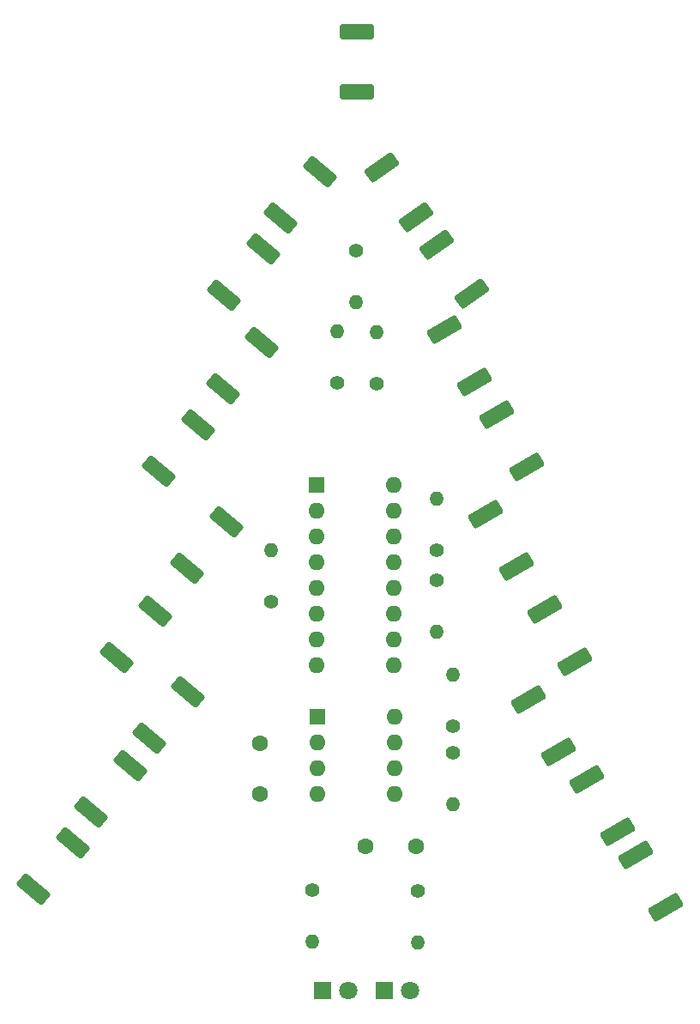
<source format=gbr>
%TF.GenerationSoftware,KiCad,Pcbnew,8.0.5*%
%TF.CreationDate,2024-11-21T02:05:10-08:00*%
%TF.ProjectId,Base,42617365-2e6b-4696-9361-645f70636258,rev?*%
%TF.SameCoordinates,Original*%
%TF.FileFunction,Soldermask,Top*%
%TF.FilePolarity,Negative*%
%FSLAX46Y46*%
G04 Gerber Fmt 4.6, Leading zero omitted, Abs format (unit mm)*
G04 Created by KiCad (PCBNEW 8.0.5) date 2024-11-21 02:05:10*
%MOMM*%
%LPD*%
G01*
G04 APERTURE LIST*
G04 Aperture macros list*
%AMRoundRect*
0 Rectangle with rounded corners*
0 $1 Rounding radius*
0 $2 $3 $4 $5 $6 $7 $8 $9 X,Y pos of 4 corners*
0 Add a 4 corners polygon primitive as box body*
4,1,4,$2,$3,$4,$5,$6,$7,$8,$9,$2,$3,0*
0 Add four circle primitives for the rounded corners*
1,1,$1+$1,$2,$3*
1,1,$1+$1,$4,$5*
1,1,$1+$1,$6,$7*
1,1,$1+$1,$8,$9*
0 Add four rect primitives between the rounded corners*
20,1,$1+$1,$2,$3,$4,$5,0*
20,1,$1+$1,$4,$5,$6,$7,0*
20,1,$1+$1,$6,$7,$8,$9,0*
20,1,$1+$1,$8,$9,$2,$3,0*%
G04 Aperture macros list end*
%ADD10R,1.600000X1.600000*%
%ADD11O,1.600000X1.600000*%
%ADD12C,1.400000*%
%ADD13O,1.400000X1.400000*%
%ADD14RoundRect,0.249999X0.762185X-1.308572X1.421043X-0.523374X-0.762185X1.308572X-1.421043X0.523374X0*%
%ADD15RoundRect,0.249999X1.490338X0.268662X0.977837X1.156339X-1.490338X-0.268662X-0.977837X-1.156339X0*%
%ADD16RoundRect,0.249999X1.461251X0.397531X0.873334X1.237163X-1.461251X-0.397531X-0.873334X-1.237163X0*%
%ADD17RoundRect,0.249999X1.425001X-0.512501X1.425001X0.512501X-1.425001X0.512501X-1.425001X-0.512501X0*%
%ADD18R,1.800000X1.800000*%
%ADD19C,1.800000*%
%ADD20C,1.600000*%
G04 APERTURE END LIST*
D10*
%TO.C,U2*%
X137280000Y-89600000D03*
D11*
X137280000Y-92140000D03*
X137280000Y-94680000D03*
X137280000Y-97220000D03*
X137280000Y-99760000D03*
X137280000Y-102300000D03*
X137280000Y-104840000D03*
X137280000Y-107380000D03*
X144900000Y-107380000D03*
X144900000Y-104840000D03*
X144900000Y-102300000D03*
X144900000Y-99760000D03*
X144900000Y-97220000D03*
X144900000Y-94680000D03*
X144900000Y-92140000D03*
X144900000Y-89600000D03*
%TD*%
D10*
%TO.C,U1*%
X137400000Y-112500000D03*
D11*
X137400000Y-115040000D03*
X137400000Y-117580000D03*
X137400000Y-120120000D03*
X145020000Y-120120000D03*
X145020000Y-117580000D03*
X145020000Y-115040000D03*
X145020000Y-112500000D03*
%TD*%
D12*
%TO.C,R11*%
X143200000Y-79680000D03*
D13*
X143200000Y-74600000D03*
%TD*%
D12*
%TO.C,R10*%
X141200000Y-66500000D03*
D13*
X141200000Y-71580000D03*
%TD*%
D12*
%TO.C,R8*%
X139300000Y-79580000D03*
D13*
X139300000Y-74500000D03*
%TD*%
D12*
%TO.C,R7*%
X149200000Y-96080000D03*
D13*
X149200000Y-91000000D03*
%TD*%
D12*
%TO.C,R6*%
X149200000Y-99000000D03*
D13*
X149200000Y-104080000D03*
%TD*%
D12*
%TO.C,R5*%
X147300000Y-129700000D03*
D13*
X147300000Y-134780000D03*
%TD*%
D12*
%TO.C,R4*%
X136900000Y-129560000D03*
D13*
X136900000Y-134640000D03*
%TD*%
D12*
%TO.C,R3*%
X150800000Y-113440000D03*
D13*
X150800000Y-108360000D03*
%TD*%
D12*
%TO.C,R2*%
X150800000Y-116060000D03*
D13*
X150800000Y-121140000D03*
%TD*%
D12*
%TO.C,R1*%
X132800000Y-101140000D03*
D13*
X132800000Y-96060000D03*
%TD*%
D14*
%TO.C,D21*%
X109379672Y-129488558D03*
X113220328Y-124911442D03*
%TD*%
%TO.C,D20*%
X115059344Y-121877116D03*
X118900000Y-117300000D03*
%TD*%
%TO.C,D19*%
X120779672Y-114588558D03*
X124620328Y-110011442D03*
%TD*%
%TO.C,D18*%
X117559344Y-106677116D03*
X121400000Y-102100000D03*
%TD*%
%TO.C,D17*%
X124559344Y-97877116D03*
X128400000Y-93300000D03*
%TD*%
%TO.C,D16*%
X121759344Y-88277116D03*
X125600000Y-83700000D03*
%TD*%
%TO.C,D15*%
X128059344Y-80177116D03*
X131900000Y-75600000D03*
%TD*%
%TO.C,D14*%
X128179672Y-70888558D03*
X132020328Y-66311442D03*
%TD*%
%TO.C,D13*%
X133779672Y-63288557D03*
X137620328Y-58711443D03*
%TD*%
D15*
%TO.C,D12*%
X168800000Y-126100000D03*
X171787500Y-131274502D03*
%TD*%
%TO.C,D11*%
X164000000Y-118700000D03*
X166987500Y-123874502D03*
%TD*%
%TO.C,D10*%
X158200000Y-110800000D03*
X161187500Y-115974502D03*
%TD*%
%TO.C,D9*%
X162793750Y-107087251D03*
X159806250Y-101912749D03*
%TD*%
%TO.C,D8*%
X156993750Y-97687251D03*
X154006250Y-92512749D03*
%TD*%
%TO.C,D7*%
X158087500Y-87874502D03*
X155100000Y-82700000D03*
%TD*%
%TO.C,D6*%
X152893750Y-79487251D03*
X149906250Y-74312749D03*
%TD*%
D16*
%TO.C,D5*%
X152627120Y-70794434D03*
X149200000Y-65900000D03*
%TD*%
%TO.C,D4*%
X147127120Y-63194434D03*
X143700000Y-58300000D03*
%TD*%
D17*
%TO.C,D3*%
X141300000Y-50887500D03*
X141300000Y-44912500D03*
%TD*%
D18*
%TO.C,D2*%
X137925000Y-139500000D03*
D19*
X140465000Y-139500000D03*
%TD*%
D18*
%TO.C,D1*%
X144025000Y-139500000D03*
D19*
X146565000Y-139500000D03*
%TD*%
D20*
%TO.C,C2*%
X131700000Y-115100000D03*
X131700000Y-120100000D03*
%TD*%
%TO.C,C1*%
X147100000Y-125300000D03*
X142100000Y-125300000D03*
%TD*%
M02*

</source>
